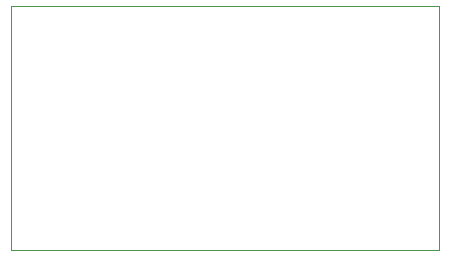
<source format=gm1>
G04 #@! TF.GenerationSoftware,KiCad,Pcbnew,9.0.4*
G04 #@! TF.CreationDate,2025-11-13T19:53:10-05:00*
G04 #@! TF.ProjectId,TC_shuwen,54435f73-6875-4776-956e-2e6b69636164,rev?*
G04 #@! TF.SameCoordinates,Original*
G04 #@! TF.FileFunction,Profile,NP*
%FSLAX46Y46*%
G04 Gerber Fmt 4.6, Leading zero omitted, Abs format (unit mm)*
G04 Created by KiCad (PCBNEW 9.0.4) date 2025-11-13 19:53:10*
%MOMM*%
%LPD*%
G01*
G04 APERTURE LIST*
G04 #@! TA.AperFunction,Profile*
%ADD10C,0.050000*%
G04 #@! TD*
G04 APERTURE END LIST*
D10*
X114096800Y-71424800D02*
X114096800Y-68326000D01*
X114300000Y-68326000D02*
X150317200Y-68326000D01*
X150317200Y-68326000D02*
X150317200Y-88950800D01*
X114096800Y-88950800D02*
X114096800Y-71424800D01*
X114096800Y-68326000D02*
X114300000Y-68326000D01*
X150317200Y-88950800D02*
X114096800Y-88950800D01*
M02*

</source>
